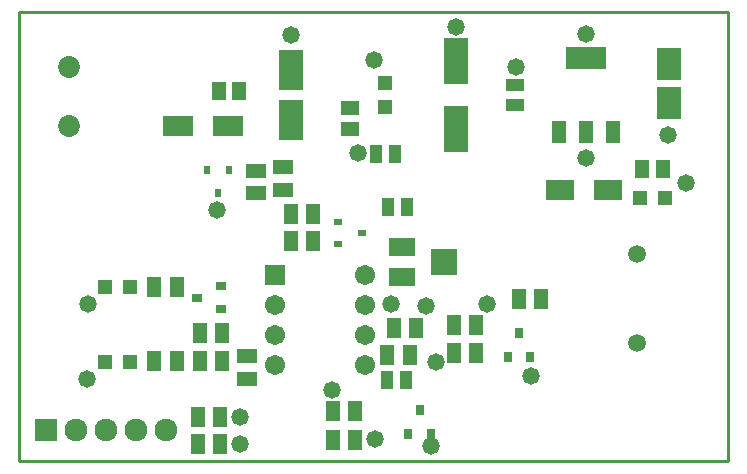
<source format=gts>
G04*
G04 #@! TF.GenerationSoftware,Altium Limited,Altium Designer,20.2.7 (254)*
G04*
G04 Layer_Color=8388736*
%FSLAX43Y43*%
%MOMM*%
G71*
G04*
G04 #@! TF.SameCoordinates,D7959DAF-34B1-44DD-8309-E4C0A0F03333*
G04*
G04*
G04 #@! TF.FilePolarity,Negative*
G04*
G01*
G75*
%ADD16C,0.254*%
%ADD20R,1.200X1.200*%
%ADD29R,0.737X0.559*%
%ADD30R,0.559X0.737*%
%ADD35R,1.200X1.200*%
%ADD38R,1.113X1.593*%
%ADD39R,2.203X1.503*%
%ADD40R,2.203X2.203*%
%ADD41R,1.303X1.603*%
%ADD42R,2.453X1.703*%
%ADD43R,3.403X1.953*%
%ADD44R,1.153X1.953*%
%ADD45R,0.803X0.903*%
%ADD46R,1.203X1.653*%
%ADD47R,1.653X1.203*%
%ADD48R,0.903X0.803*%
%ADD49R,2.003X3.903*%
%ADD50R,1.593X1.113*%
%ADD51R,2.003X2.803*%
%ADD52R,2.053X3.403*%
%ADD53R,1.603X1.303*%
%ADD54R,2.503X1.753*%
%ADD55C,1.703*%
%ADD56R,1.703X1.703*%
%ADD57C,1.503*%
%ADD58C,1.853*%
%ADD59R,1.928X1.928*%
%ADD60C,1.928*%
%ADD61C,1.473*%
D16*
X60000Y0D02*
Y38000D01*
X0D02*
X60000D01*
X0Y0D02*
X60000D01*
X0D02*
Y38000D01*
D20*
X54637Y22303D02*
D03*
X52537D02*
D03*
X9368Y14754D02*
D03*
X7268D02*
D03*
X9343Y8437D02*
D03*
X7243D02*
D03*
D29*
X28991Y19308D02*
D03*
X27009Y18356D02*
D03*
Y20261D02*
D03*
D30*
X16821Y22667D02*
D03*
X15869Y24649D02*
D03*
X17774D02*
D03*
D35*
X31000Y29950D02*
D03*
Y32050D02*
D03*
D38*
X31180Y21525D02*
D03*
X32820D02*
D03*
X31820Y26000D02*
D03*
X30180D02*
D03*
X31130Y6851D02*
D03*
X32770D02*
D03*
D39*
X32443Y15575D02*
D03*
Y18115D02*
D03*
D40*
X35923Y16845D02*
D03*
D41*
X54462Y24712D02*
D03*
X52712D02*
D03*
X16871Y31340D02*
D03*
X18621D02*
D03*
D42*
X49875Y22958D02*
D03*
X45775D02*
D03*
D43*
X48000Y34150D02*
D03*
D44*
X50300Y27850D02*
D03*
X48000D02*
D03*
X45700D02*
D03*
D45*
X32934Y2322D02*
D03*
X34834D02*
D03*
X33884Y4322D02*
D03*
X41364Y8828D02*
D03*
X43264D02*
D03*
X42314Y10828D02*
D03*
D46*
X15094Y3745D02*
D03*
X16994D02*
D03*
X13332Y14754D02*
D03*
X11432D02*
D03*
X15259Y8487D02*
D03*
X17159D02*
D03*
X26532Y1812D02*
D03*
X28432D02*
D03*
X42284Y13709D02*
D03*
X44184D02*
D03*
X33629Y11309D02*
D03*
X31729D02*
D03*
X16994Y1441D02*
D03*
X15094D02*
D03*
X13332Y8487D02*
D03*
X11432D02*
D03*
X17159Y10827D02*
D03*
X15259D02*
D03*
X26532Y4267D02*
D03*
X28432D02*
D03*
X38698Y11538D02*
D03*
X36798D02*
D03*
X24900Y18613D02*
D03*
X23000D02*
D03*
Y20917D02*
D03*
X24900D02*
D03*
X38698Y9173D02*
D03*
X36798D02*
D03*
X33068Y9005D02*
D03*
X31168D02*
D03*
D47*
X20013Y22708D02*
D03*
Y24608D02*
D03*
X19317Y6983D02*
D03*
Y8883D02*
D03*
X22317Y24872D02*
D03*
Y22972D02*
D03*
D48*
X15044Y13850D02*
D03*
X17044Y12900D02*
D03*
Y14800D02*
D03*
D49*
X36946Y28150D02*
D03*
Y33850D02*
D03*
D50*
X42000Y30180D02*
D03*
Y31820D02*
D03*
D51*
X55000Y33650D02*
D03*
Y30350D02*
D03*
D52*
X23000Y28850D02*
D03*
Y33150D02*
D03*
D53*
X28000Y29875D02*
D03*
Y28125D02*
D03*
D54*
X17697Y28375D02*
D03*
X13397D02*
D03*
D55*
X29271Y8164D02*
D03*
Y10704D02*
D03*
Y13244D02*
D03*
Y15784D02*
D03*
X21651Y8164D02*
D03*
Y10704D02*
D03*
Y13244D02*
D03*
D56*
Y15784D02*
D03*
D57*
X52318Y17568D02*
D03*
Y9968D02*
D03*
D58*
X4238Y28375D02*
D03*
Y33375D02*
D03*
D59*
X2278Y2651D02*
D03*
D60*
X4818D02*
D03*
X7358D02*
D03*
X9898D02*
D03*
X12438D02*
D03*
D61*
X43292Y7239D02*
D03*
X54951Y27589D02*
D03*
X34394Y13162D02*
D03*
X31451Y13282D02*
D03*
X39582Y13282D02*
D03*
X16759Y21259D02*
D03*
X35280Y8400D02*
D03*
X34887Y1286D02*
D03*
X30110Y1919D02*
D03*
X26453Y6017D02*
D03*
X18726Y1483D02*
D03*
X18702Y3767D02*
D03*
X56419Y23556D02*
D03*
X5739Y6978D02*
D03*
X5806Y13305D02*
D03*
X47991Y25700D02*
D03*
X48003Y36201D02*
D03*
X42013Y33354D02*
D03*
X28662Y26064D02*
D03*
X36979Y36782D02*
D03*
X30000Y34000D02*
D03*
X22989Y36063D02*
D03*
M02*

</source>
